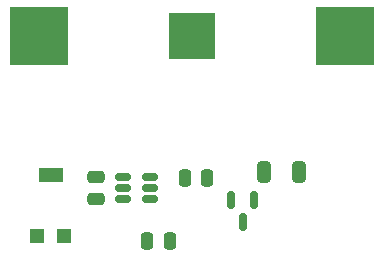
<source format=gbr>
%TF.GenerationSoftware,KiCad,Pcbnew,9.0.0*%
%TF.CreationDate,2025-07-13T02:11:52+05:30*%
%TF.ProjectId,REF03,52454630-332e-46b6-9963-61645f706362,rev?*%
%TF.SameCoordinates,Original*%
%TF.FileFunction,Paste,Bot*%
%TF.FilePolarity,Positive*%
%FSLAX46Y46*%
G04 Gerber Fmt 4.6, Leading zero omitted, Abs format (unit mm)*
G04 Created by KiCad (PCBNEW 9.0.0) date 2025-07-13 02:11:52*
%MOMM*%
%LPD*%
G01*
G04 APERTURE LIST*
G04 Aperture macros list*
%AMRoundRect*
0 Rectangle with rounded corners*
0 $1 Rounding radius*
0 $2 $3 $4 $5 $6 $7 $8 $9 X,Y pos of 4 corners*
0 Add a 4 corners polygon primitive as box body*
4,1,4,$2,$3,$4,$5,$6,$7,$8,$9,$2,$3,0*
0 Add four circle primitives for the rounded corners*
1,1,$1+$1,$2,$3*
1,1,$1+$1,$4,$5*
1,1,$1+$1,$6,$7*
1,1,$1+$1,$8,$9*
0 Add four rect primitives between the rounded corners*
20,1,$1+$1,$2,$3,$4,$5,0*
20,1,$1+$1,$4,$5,$6,$7,0*
20,1,$1+$1,$6,$7,$8,$9,0*
20,1,$1+$1,$8,$9,$2,$3,0*%
G04 Aperture macros list end*
%ADD10RoundRect,0.150000X-0.150000X0.587500X-0.150000X-0.587500X0.150000X-0.587500X0.150000X0.587500X0*%
%ADD11R,5.000000X5.000000*%
%ADD12R,4.000000X4.000000*%
%ADD13RoundRect,0.250000X0.475000X-0.250000X0.475000X0.250000X-0.475000X0.250000X-0.475000X-0.250000X0*%
%ADD14RoundRect,0.250000X-0.250000X-0.475000X0.250000X-0.475000X0.250000X0.475000X-0.250000X0.475000X0*%
%ADD15RoundRect,0.150000X-0.512500X-0.150000X0.512500X-0.150000X0.512500X0.150000X-0.512500X0.150000X0*%
%ADD16R,1.300000X1.300000*%
%ADD17R,2.000000X1.300000*%
%ADD18RoundRect,0.250000X-0.325000X-0.650000X0.325000X-0.650000X0.325000X0.650000X-0.325000X0.650000X0*%
%ADD19RoundRect,0.250000X0.250000X0.475000X-0.250000X0.475000X-0.250000X-0.475000X0.250000X-0.475000X0*%
G04 APERTURE END LIST*
D10*
%TO.C,D3*%
X3368000Y-13032500D03*
X5268000Y-13032500D03*
X4318000Y-14907501D03*
%TD*%
D11*
%TO.C,BT1*%
X12950000Y889000D03*
X-12950000Y889000D03*
D12*
X0Y889000D03*
%TD*%
D13*
%TO.C,C1*%
X-8128000Y-12938799D03*
X-8128000Y-11038801D03*
%TD*%
D14*
%TO.C,C5*%
X-3743999Y-16510000D03*
X-1844001Y-16510000D03*
%TD*%
D15*
%TO.C,U1*%
X-5787101Y-12963025D03*
X-5787101Y-12013026D03*
X-5787101Y-11063027D03*
X-3512101Y-11063027D03*
X-3512101Y-12013026D03*
X-3512101Y-12963025D03*
%TD*%
D16*
%TO.C,R2*%
X-10788000Y-16062000D03*
D17*
X-11938000Y-10861999D03*
D16*
X-13088000Y-16062000D03*
%TD*%
D18*
%TO.C,C3*%
X6144999Y-10668000D03*
X9095001Y-10668000D03*
%TD*%
D19*
%TO.C,C2*%
X1330999Y-11176000D03*
X-568999Y-11176000D03*
%TD*%
M02*

</source>
